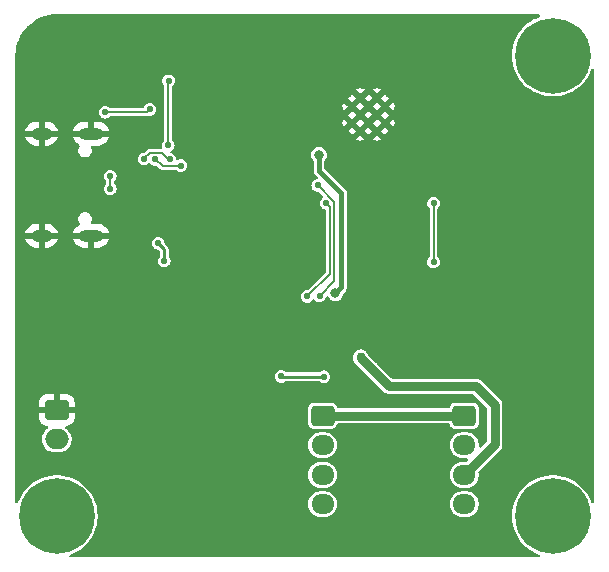
<source format=gbr>
%TF.GenerationSoftware,KiCad,Pcbnew,8.0.8*%
%TF.CreationDate,2025-02-03T14:39:09+00:00*%
%TF.ProjectId,stepper_monitor,73746570-7065-4725-9f6d-6f6e69746f72,rev?*%
%TF.SameCoordinates,Original*%
%TF.FileFunction,Copper,L2,Bot*%
%TF.FilePolarity,Positive*%
%FSLAX46Y46*%
G04 Gerber Fmt 4.6, Leading zero omitted, Abs format (unit mm)*
G04 Created by KiCad (PCBNEW 8.0.8) date 2025-02-03 14:39:09*
%MOMM*%
%LPD*%
G01*
G04 APERTURE LIST*
G04 Aperture macros list*
%AMRoundRect*
0 Rectangle with rounded corners*
0 $1 Rounding radius*
0 $2 $3 $4 $5 $6 $7 $8 $9 X,Y pos of 4 corners*
0 Add a 4 corners polygon primitive as box body*
4,1,4,$2,$3,$4,$5,$6,$7,$8,$9,$2,$3,0*
0 Add four circle primitives for the rounded corners*
1,1,$1+$1,$2,$3*
1,1,$1+$1,$4,$5*
1,1,$1+$1,$6,$7*
1,1,$1+$1,$8,$9*
0 Add four rect primitives between the rounded corners*
20,1,$1+$1,$2,$3,$4,$5,0*
20,1,$1+$1,$4,$5,$6,$7,0*
20,1,$1+$1,$6,$7,$8,$9,0*
20,1,$1+$1,$8,$9,$2,$3,0*%
G04 Aperture macros list end*
%TA.AperFunction,ComponentPad*%
%ADD10O,2.100000X1.000000*%
%TD*%
%TA.AperFunction,ComponentPad*%
%ADD11O,1.800000X1.000000*%
%TD*%
%TA.AperFunction,ComponentPad*%
%ADD12RoundRect,0.250000X-0.725000X0.600000X-0.725000X-0.600000X0.725000X-0.600000X0.725000X0.600000X0*%
%TD*%
%TA.AperFunction,ComponentPad*%
%ADD13O,1.950000X1.700000*%
%TD*%
%TA.AperFunction,HeatsinkPad*%
%ADD14C,0.600000*%
%TD*%
%TA.AperFunction,ComponentPad*%
%ADD15C,0.800000*%
%TD*%
%TA.AperFunction,ComponentPad*%
%ADD16C,6.400000*%
%TD*%
%TA.AperFunction,ComponentPad*%
%ADD17RoundRect,0.250000X-0.750000X0.600000X-0.750000X-0.600000X0.750000X-0.600000X0.750000X0.600000X0*%
%TD*%
%TA.AperFunction,ComponentPad*%
%ADD18O,2.000000X1.700000*%
%TD*%
%TA.AperFunction,ViaPad*%
%ADD19C,0.550000*%
%TD*%
%TA.AperFunction,ViaPad*%
%ADD20C,0.800000*%
%TD*%
%TA.AperFunction,ViaPad*%
%ADD21C,0.762000*%
%TD*%
%TA.AperFunction,Conductor*%
%ADD22C,0.762000*%
%TD*%
%TA.AperFunction,Conductor*%
%ADD23C,0.228600*%
%TD*%
%TA.AperFunction,Conductor*%
%ADD24C,0.406400*%
%TD*%
%TA.AperFunction,Conductor*%
%ADD25C,0.152400*%
%TD*%
G04 APERTURE END LIST*
D10*
%TO.P,J4,SHLD,SHLD*%
%TO.N,GND*%
X6889600Y33377400D03*
D11*
X2709600Y33377400D03*
D10*
X6889600Y24737400D03*
D11*
X2709600Y24737400D03*
%TD*%
D12*
%TO.P,J1,1,Pin_1*%
%TO.N,Net-(J1-Pin_1)*%
X26500000Y9500000D03*
D13*
%TO.P,J1,2,Pin_2*%
%TO.N,Net-(J1-Pin_2)*%
X26500000Y7000000D03*
%TO.P,J1,3,Pin_3*%
%TO.N,Net-(J1-Pin_3)*%
X26500000Y4500000D03*
%TO.P,J1,4,Pin_4*%
%TO.N,Net-(J1-Pin_4)*%
X26500000Y2000000D03*
%TD*%
D14*
%TO.P,U7,39,GND*%
%TO.N,GND*%
X29000000Y35700000D03*
X29000000Y34300000D03*
X29700000Y36400000D03*
X29700000Y35000000D03*
X29700000Y33600000D03*
X30375000Y35700000D03*
X30375000Y34300000D03*
X31100000Y36400000D03*
X31100000Y35000000D03*
X31100000Y33600000D03*
X31800000Y35700000D03*
X31800000Y34300000D03*
%TD*%
D15*
%TO.P,H3,1*%
%TO.N,N/C*%
X43600000Y40000000D03*
X44302944Y41697056D03*
X44302944Y38302944D03*
X46000000Y42400000D03*
D16*
X46000000Y40000000D03*
D15*
X46000000Y37600000D03*
X47697056Y41697056D03*
X47697056Y38302944D03*
X48400000Y40000000D03*
%TD*%
D17*
%TO.P,J3,1,Pin_1*%
%TO.N,GND*%
X4000000Y10000000D03*
D18*
%TO.P,J3,2,Pin_2*%
%TO.N,Net-(D3-A)*%
X4000000Y7500000D03*
%TD*%
D15*
%TO.P,H4,1*%
%TO.N,N/C*%
X43600000Y1000000D03*
X44302944Y2697056D03*
X44302944Y-697056D03*
X46000000Y3400000D03*
D16*
X46000000Y1000000D03*
D15*
X46000000Y-1400000D03*
X47697056Y2697056D03*
X47697056Y-697056D03*
X48400000Y1000000D03*
%TD*%
%TO.P,H2,1*%
%TO.N,N/C*%
X1600000Y1000000D03*
X2302944Y2697056D03*
X2302944Y-697056D03*
X4000000Y3400000D03*
D16*
X4000000Y1000000D03*
D15*
X4000000Y-1400000D03*
X5697056Y2697056D03*
X5697056Y-697056D03*
X6400000Y1000000D03*
%TD*%
D12*
%TO.P,J2,1,Pin_1*%
%TO.N,Net-(J1-Pin_1)*%
X38500000Y9500000D03*
D13*
%TO.P,J2,2,Pin_2*%
%TO.N,Net-(J2-Pin_2)*%
X38500000Y7000000D03*
%TO.P,J2,3,Pin_3*%
%TO.N,Net-(J2-Pin_3)*%
X38500000Y4500000D03*
%TO.P,J2,4,Pin_4*%
%TO.N,Net-(J1-Pin_4)*%
X38500000Y2000000D03*
%TD*%
D19*
%TO.N,+3V3*%
X26630000Y12801600D03*
D20*
X27595200Y19862800D03*
D19*
X23000000Y12827000D03*
D20*
X26200000Y31600000D03*
D21*
%TO.N,Net-(J2-Pin_3)*%
X30589400Y13510600D03*
X29728800Y14475800D03*
D19*
%TO.N,Net-(U2-RXD)*%
X14478000Y30683200D03*
X12353800Y31200000D03*
%TO.N,Net-(U2-TXD)*%
X11400000Y31250000D03*
X13550000Y31200000D03*
%TO.N,VBUS*%
X12600000Y24100000D03*
X13100000Y22600000D03*
%TO.N,EN*%
X13462000Y37875000D03*
X13436600Y32410400D03*
%TO.N,D-*%
X8534400Y28725200D03*
X8534400Y29792000D03*
%TO.N,ESP_TDI*%
X8100000Y35200000D03*
X11868000Y35429402D03*
%TO.N,TXD0*%
X35900000Y22527400D03*
X35900000Y27500000D03*
%TO.N,CHB*%
X26250000Y19650000D03*
X26100000Y29000000D03*
%TO.N,CHA*%
X25200000Y19600000D03*
X26800000Y27500000D03*
%TO.N,GND*%
X11900000Y14000000D03*
X11000000Y23120000D03*
X5500000Y18600000D03*
X11303000Y28930600D03*
X13436600Y28930600D03*
D21*
X34046600Y18819400D03*
D20*
X18931600Y7980200D03*
D19*
X18750000Y42750000D03*
X7200000Y15800000D03*
X16200000Y19800000D03*
X16639600Y41780600D03*
X19264000Y19177000D03*
X12319000Y27838400D03*
X13436600Y26797000D03*
D20*
X38000000Y41250000D03*
D19*
X16383000Y39243000D03*
X6600000Y23300000D03*
D21*
X23800000Y24100000D03*
X19058600Y10799600D03*
D20*
X4318000Y40866400D03*
D19*
X17700000Y22400000D03*
X25000000Y20600000D03*
X3200000Y17100000D03*
X7200000Y16700000D03*
D21*
X13394400Y12857000D03*
D19*
X40036800Y20928000D03*
D20*
X27000000Y41000000D03*
D19*
X22794400Y18692400D03*
X11303000Y26797000D03*
%TD*%
D22*
%TO.N,Net-(J1-Pin_1)*%
X38500000Y9500000D02*
X26500000Y9500000D01*
D23*
%TO.N,+3V3*%
X23025400Y12801600D02*
X26630000Y12801600D01*
D24*
X27576800Y19900200D02*
X27565400Y19888800D01*
X26200000Y31600000D02*
X26200000Y30250000D01*
X28100000Y20367600D02*
X27595200Y19862800D01*
D23*
X23000000Y12827000D02*
X23025400Y12801600D01*
D24*
X28100000Y28350000D02*
X28100000Y20367600D01*
X26200000Y30250000D02*
X28100000Y28350000D01*
D22*
%TO.N,Net-(J2-Pin_3)*%
X29728800Y14475800D02*
X29728800Y14371200D01*
X39500000Y12000000D02*
X41100000Y10400000D01*
X41100000Y10400000D02*
X41100000Y7100000D01*
X29728800Y14371200D02*
X30589400Y13510600D01*
X32100000Y12000000D02*
X39500000Y12000000D01*
X41100000Y7100000D02*
X38500000Y4500000D01*
X30589400Y13510600D02*
X32100000Y12000000D01*
D25*
%TO.N,Net-(U2-RXD)*%
X14452600Y30657800D02*
X14478000Y30683200D01*
X12360400Y31251400D02*
X12954000Y30657800D01*
X12353800Y31251400D02*
X12360400Y31251400D01*
X12954000Y30657800D02*
X14452600Y30657800D01*
%TO.N,Net-(U2-TXD)*%
X11862291Y31750000D02*
X11392093Y31279802D01*
X13385800Y31242000D02*
X12877800Y31750000D01*
X13512800Y31242000D02*
X13385800Y31242000D01*
X12877800Y31750000D02*
X11862291Y31750000D01*
D23*
%TO.N,VBUS*%
X13100000Y23600000D02*
X12600000Y24100000D01*
X13100000Y22600000D02*
X13100000Y23600000D01*
D25*
%TO.N,EN*%
X13436600Y37849600D02*
X13436600Y32410400D01*
X13462000Y37875000D02*
X13436600Y37849600D01*
%TO.N,D-*%
X8534400Y28725200D02*
X8534400Y29792000D01*
%TO.N,ESP_TDI*%
X11868000Y35429402D02*
X11638598Y35200000D01*
X11638598Y35200000D02*
X8100000Y35200000D01*
%TO.N,TXD0*%
X35900000Y22527400D02*
X35900000Y27500000D01*
%TO.N,CHB*%
X26100000Y29000000D02*
X27500000Y27600000D01*
X27500000Y20900000D02*
X26250000Y19650000D01*
X27500000Y27600000D02*
X27500000Y20900000D01*
%TO.N,CHA*%
X27100000Y21500000D02*
X25200000Y19600000D01*
X27100000Y27200000D02*
X27100000Y21500000D01*
X26800000Y27500000D02*
X27100000Y27200000D01*
%TD*%
%TA.AperFunction,Conductor*%
%TO.N,GND*%
G36*
X44866773Y43479498D02*
G01*
X44913266Y43425842D01*
X44923370Y43355568D01*
X44893876Y43290988D01*
X44838884Y43254096D01*
X44719480Y43213864D01*
X44719468Y43213859D01*
X44502615Y43113531D01*
X44379506Y43056575D01*
X44058532Y42863451D01*
X44058527Y42863447D01*
X43760319Y42636756D01*
X43760304Y42636743D01*
X43488364Y42379147D01*
X43353234Y42220059D01*
X43245857Y42093645D01*
X43035639Y41783597D01*
X42860176Y41452637D01*
X42860175Y41452634D01*
X42860171Y41452625D01*
X42721524Y41104647D01*
X42621307Y40743701D01*
X42560706Y40374046D01*
X42540426Y40000003D01*
X42540426Y39999996D01*
X42560706Y39625953D01*
X42621307Y39256298D01*
X42721524Y38895352D01*
X42860171Y38547374D01*
X42860175Y38547365D01*
X42860176Y38547363D01*
X43035639Y38216403D01*
X43173396Y38013227D01*
X43245859Y37906352D01*
X43488364Y37620852D01*
X43760304Y37363256D01*
X43760319Y37363243D01*
X44058527Y37136552D01*
X44058533Y37136548D01*
X44379504Y36943426D01*
X44379511Y36943422D01*
X44719468Y36786140D01*
X44719480Y36786135D01*
X45074456Y36666530D01*
X45074473Y36666525D01*
X45440285Y36586004D01*
X45440314Y36585999D01*
X45812694Y36545500D01*
X45812702Y36545500D01*
X46187305Y36545500D01*
X46559685Y36585999D01*
X46559714Y36586004D01*
X46925526Y36666525D01*
X46925529Y36666525D01*
X46925534Y36666527D01*
X46925543Y36666530D01*
X47280519Y36786135D01*
X47280531Y36786140D01*
X47620488Y36943422D01*
X47620490Y36943423D01*
X47620494Y36943425D01*
X47941468Y37136549D01*
X47941472Y37136552D01*
X48239680Y37363243D01*
X48239695Y37363256D01*
X48511635Y37620852D01*
X48727509Y37874999D01*
X48754143Y37906355D01*
X48964361Y38216403D01*
X49139824Y38547363D01*
X49256449Y38840069D01*
X49300244Y38895948D01*
X49367298Y38919279D01*
X49436321Y38902654D01*
X49485398Y38851352D01*
X49499500Y38793432D01*
X49499500Y2206567D01*
X49479498Y2138446D01*
X49425842Y2091953D01*
X49355568Y2081849D01*
X49290988Y2111343D01*
X49256449Y2159930D01*
X49217120Y2258638D01*
X49139824Y2452637D01*
X48964361Y2783597D01*
X48754143Y3093645D01*
X48511635Y3379147D01*
X48465659Y3422698D01*
X48239695Y3636743D01*
X48239691Y3636745D01*
X48239681Y3636756D01*
X47941468Y3863451D01*
X47620494Y4056575D01*
X47280520Y4213864D01*
X46925534Y4333473D01*
X46559697Y4413999D01*
X46187298Y4454500D01*
X45812702Y4454500D01*
X45440303Y4413999D01*
X45074466Y4333473D01*
X44719480Y4213864D01*
X44719468Y4213859D01*
X44502615Y4113531D01*
X44379506Y4056575D01*
X44058532Y3863451D01*
X44058527Y3863447D01*
X43760319Y3636756D01*
X43760304Y3636743D01*
X43488364Y3379147D01*
X43301991Y3159731D01*
X43245857Y3093645D01*
X43035639Y2783597D01*
X42860176Y2452637D01*
X42860175Y2452634D01*
X42860171Y2452625D01*
X42721524Y2104647D01*
X42621307Y1743701D01*
X42560706Y1374046D01*
X42540426Y1000003D01*
X42540426Y999996D01*
X42560706Y625953D01*
X42621307Y256298D01*
X42696870Y-15851D01*
X42721524Y-104647D01*
X42860176Y-452637D01*
X43035639Y-783597D01*
X43245857Y-1093645D01*
X43245859Y-1093647D01*
X43488364Y-1379147D01*
X43760304Y-1636743D01*
X43760319Y-1636756D01*
X44058532Y-1863451D01*
X44379506Y-2056575D01*
X44443719Y-2086283D01*
X44719468Y-2213859D01*
X44719480Y-2213864D01*
X44838884Y-2254096D01*
X44897052Y-2294802D01*
X44923979Y-2360494D01*
X44911115Y-2430316D01*
X44862545Y-2482099D01*
X44798652Y-2499500D01*
X5201348Y-2499500D01*
X5133227Y-2479498D01*
X5086734Y-2425842D01*
X5076630Y-2355568D01*
X5106124Y-2290988D01*
X5161116Y-2254096D01*
X5223382Y-2233116D01*
X5280520Y-2213864D01*
X5620494Y-2056575D01*
X5941468Y-1863451D01*
X6239681Y-1636756D01*
X6511635Y-1379147D01*
X6754143Y-1093645D01*
X6964361Y-783597D01*
X7139824Y-452637D01*
X7278476Y-104647D01*
X7378691Y256294D01*
X7388690Y317281D01*
X7404219Y412007D01*
X7439294Y625954D01*
X7455790Y930225D01*
X7459574Y999996D01*
X7459574Y1000003D01*
X7456001Y1065892D01*
X7439294Y1374046D01*
X7378691Y1743706D01*
X7283396Y2086926D01*
X25270500Y2086926D01*
X25270500Y2086922D01*
X25270500Y1913077D01*
X25297698Y1741357D01*
X25351418Y1576023D01*
X25351421Y1576017D01*
X25430349Y1421112D01*
X25532536Y1280464D01*
X25655464Y1157536D01*
X25796112Y1055349D01*
X25951017Y976421D01*
X25951023Y976418D01*
X26116357Y922698D01*
X26116360Y922697D01*
X26116362Y922697D01*
X26288074Y895500D01*
X26288077Y895500D01*
X26711923Y895500D01*
X26711926Y895500D01*
X26883638Y922697D01*
X26883640Y922697D01*
X26883642Y922698D01*
X27048976Y976418D01*
X27048978Y976419D01*
X27048981Y976420D01*
X27203884Y1055347D01*
X27218398Y1065892D01*
X27344535Y1157536D01*
X27467463Y1280464D01*
X27569650Y1421112D01*
X27569653Y1421116D01*
X27648580Y1576019D01*
X27702303Y1741362D01*
X27729500Y1913074D01*
X27729500Y2086926D01*
X37270500Y2086926D01*
X37270500Y2086922D01*
X37270500Y1913077D01*
X37297698Y1741357D01*
X37351418Y1576023D01*
X37351421Y1576017D01*
X37430349Y1421112D01*
X37532536Y1280464D01*
X37655464Y1157536D01*
X37796112Y1055349D01*
X37951017Y976421D01*
X37951023Y976418D01*
X38116357Y922698D01*
X38116360Y922697D01*
X38116362Y922697D01*
X38288074Y895500D01*
X38288077Y895500D01*
X38711923Y895500D01*
X38711926Y895500D01*
X38883638Y922697D01*
X38883640Y922697D01*
X38883642Y922698D01*
X39048976Y976418D01*
X39048978Y976419D01*
X39048981Y976420D01*
X39203884Y1055347D01*
X39218398Y1065892D01*
X39344535Y1157536D01*
X39467463Y1280464D01*
X39569650Y1421112D01*
X39569653Y1421116D01*
X39648580Y1576019D01*
X39702303Y1741362D01*
X39729500Y1913074D01*
X39729500Y2086926D01*
X39702303Y2258638D01*
X39648580Y2423981D01*
X39569653Y2578884D01*
X39467465Y2719533D01*
X39344533Y2842465D01*
X39203884Y2944653D01*
X39048981Y3023580D01*
X38883638Y3077303D01*
X38711926Y3104500D01*
X38288074Y3104500D01*
X38116362Y3077303D01*
X37951019Y3023580D01*
X37796116Y2944653D01*
X37796112Y2944650D01*
X37655464Y2842463D01*
X37532536Y2719535D01*
X37532535Y2719533D01*
X37430347Y2578884D01*
X37351420Y2423981D01*
X37297697Y2258638D01*
X37270500Y2086926D01*
X27729500Y2086926D01*
X27702303Y2258638D01*
X27648580Y2423981D01*
X27569653Y2578884D01*
X27467465Y2719533D01*
X27344533Y2842465D01*
X27203884Y2944653D01*
X27048981Y3023580D01*
X26883638Y3077303D01*
X26711926Y3104500D01*
X26288074Y3104500D01*
X26116362Y3077303D01*
X25951019Y3023580D01*
X25796116Y2944653D01*
X25796112Y2944650D01*
X25655464Y2842463D01*
X25532536Y2719535D01*
X25532535Y2719533D01*
X25430347Y2578884D01*
X25351420Y2423981D01*
X25297697Y2258638D01*
X25270500Y2086926D01*
X7283396Y2086926D01*
X7278476Y2104647D01*
X7139824Y2452637D01*
X6964361Y2783597D01*
X6754143Y3093645D01*
X6511635Y3379147D01*
X6465659Y3422698D01*
X6239695Y3636743D01*
X6239691Y3636745D01*
X6239681Y3636756D01*
X5941468Y3863451D01*
X5620494Y4056575D01*
X5280520Y4213864D01*
X4925534Y4333473D01*
X4559697Y4413999D01*
X4187298Y4454500D01*
X3812702Y4454500D01*
X3440303Y4413999D01*
X3074466Y4333473D01*
X2719480Y4213864D01*
X2719468Y4213859D01*
X2502615Y4113531D01*
X2379506Y4056575D01*
X2058532Y3863451D01*
X2058527Y3863447D01*
X1760319Y3636756D01*
X1760304Y3636743D01*
X1488364Y3379147D01*
X1301991Y3159731D01*
X1245857Y3093645D01*
X1035639Y2783597D01*
X860176Y2452637D01*
X860175Y2452634D01*
X860171Y2452625D01*
X743551Y2159930D01*
X699756Y2104051D01*
X632702Y2080720D01*
X563679Y2097344D01*
X514602Y2148647D01*
X500500Y2206567D01*
X500500Y4586926D01*
X25270500Y4586926D01*
X25270500Y4413074D01*
X25297697Y4241362D01*
X25297698Y4241357D01*
X25351418Y4076023D01*
X25351421Y4076017D01*
X25430349Y3921112D01*
X25532536Y3780464D01*
X25655464Y3657536D01*
X25796112Y3555349D01*
X25951017Y3476421D01*
X25951023Y3476418D01*
X26116357Y3422698D01*
X26116360Y3422697D01*
X26116362Y3422697D01*
X26288074Y3395500D01*
X26288077Y3395500D01*
X26711923Y3395500D01*
X26711926Y3395500D01*
X26883638Y3422697D01*
X26883640Y3422697D01*
X26883642Y3422698D01*
X27048976Y3476418D01*
X27048978Y3476419D01*
X27048981Y3476420D01*
X27203884Y3555347D01*
X27203887Y3555349D01*
X27344535Y3657536D01*
X27467463Y3780464D01*
X27569650Y3921112D01*
X27569653Y3921116D01*
X27648580Y4076019D01*
X27702303Y4241362D01*
X27729500Y4413074D01*
X27729500Y4586926D01*
X27702303Y4758638D01*
X27648580Y4923981D01*
X27569653Y5078884D01*
X27467465Y5219533D01*
X27344533Y5342465D01*
X27203884Y5444653D01*
X27048981Y5523580D01*
X26883638Y5577303D01*
X26711926Y5604500D01*
X26288074Y5604500D01*
X26116362Y5577303D01*
X25951019Y5523580D01*
X25796116Y5444653D01*
X25796112Y5444650D01*
X25655464Y5342463D01*
X25532536Y5219535D01*
X25532535Y5219533D01*
X25430347Y5078884D01*
X25351420Y4923981D01*
X25297697Y4758638D01*
X25270500Y4586926D01*
X500500Y4586926D01*
X500500Y10650516D01*
X2492000Y10650516D01*
X2492000Y10254000D01*
X3569297Y10254000D01*
X3534075Y10192993D01*
X3500000Y10065826D01*
X3500000Y9934174D01*
X3534075Y9807007D01*
X3569297Y9746000D01*
X2492000Y9746000D01*
X2492000Y9349483D01*
X2502605Y9245681D01*
X2502606Y9245678D01*
X2558342Y9077474D01*
X2651365Y8926660D01*
X2651370Y8926654D01*
X2776654Y8801370D01*
X2776660Y8801365D01*
X2927474Y8708342D01*
X3095678Y8652606D01*
X3095681Y8652605D01*
X3172459Y8644761D01*
X3238194Y8617939D01*
X3278992Y8559836D01*
X3281901Y8488899D01*
X3245997Y8427650D01*
X3233713Y8417478D01*
X3130464Y8342463D01*
X3007536Y8219535D01*
X3007535Y8219533D01*
X2905347Y8078884D01*
X2826420Y7923981D01*
X2772697Y7758638D01*
X2745500Y7586926D01*
X2745500Y7413074D01*
X2769960Y7258642D01*
X2772698Y7241357D01*
X2826418Y7076023D01*
X2826421Y7076017D01*
X2905349Y6921112D01*
X3007536Y6780464D01*
X3130464Y6657536D01*
X3271112Y6555349D01*
X3426017Y6476421D01*
X3426023Y6476418D01*
X3591357Y6422698D01*
X3591360Y6422697D01*
X3591362Y6422697D01*
X3763074Y6395500D01*
X3763077Y6395500D01*
X4236923Y6395500D01*
X4236926Y6395500D01*
X4408638Y6422697D01*
X4408640Y6422697D01*
X4408642Y6422698D01*
X4573976Y6476418D01*
X4573978Y6476419D01*
X4573981Y6476420D01*
X4728884Y6555347D01*
X4757334Y6576017D01*
X4869535Y6657536D01*
X4992463Y6780464D01*
X5094650Y6921112D01*
X5094653Y6921116D01*
X5173580Y7076019D01*
X5177124Y7086926D01*
X25270500Y7086926D01*
X25270500Y6913074D01*
X25291504Y6780464D01*
X25297698Y6741357D01*
X25351418Y6576023D01*
X25351421Y6576017D01*
X25430349Y6421112D01*
X25532536Y6280464D01*
X25655464Y6157536D01*
X25796112Y6055349D01*
X25951017Y5976421D01*
X25951023Y5976418D01*
X26116357Y5922698D01*
X26116360Y5922697D01*
X26116362Y5922697D01*
X26288074Y5895500D01*
X26288077Y5895500D01*
X26711923Y5895500D01*
X26711926Y5895500D01*
X26883638Y5922697D01*
X26883640Y5922697D01*
X26883642Y5922698D01*
X27048976Y5976418D01*
X27048978Y5976419D01*
X27048981Y5976420D01*
X27203884Y6055347D01*
X27203887Y6055349D01*
X27344535Y6157536D01*
X27467463Y6280464D01*
X27569650Y6421112D01*
X27569653Y6421116D01*
X27648580Y6576019D01*
X27702303Y6741362D01*
X27729500Y6913074D01*
X27729500Y7086926D01*
X27702303Y7258638D01*
X27648580Y7423981D01*
X27569653Y7578884D01*
X27467465Y7719533D01*
X27344533Y7842465D01*
X27203884Y7944653D01*
X27048981Y8023580D01*
X26883638Y8077303D01*
X26711926Y8104500D01*
X26288074Y8104500D01*
X26116362Y8077303D01*
X25951019Y8023580D01*
X25796116Y7944653D01*
X25796112Y7944650D01*
X25655464Y7842463D01*
X25532536Y7719535D01*
X25430349Y7578887D01*
X25351421Y7423982D01*
X25351418Y7423976D01*
X25297698Y7258642D01*
X25297697Y7258638D01*
X25270500Y7086926D01*
X5177124Y7086926D01*
X5227303Y7241362D01*
X5254500Y7413074D01*
X5254500Y7586926D01*
X5227303Y7758638D01*
X5173580Y7923981D01*
X5094653Y8078884D01*
X4992465Y8219533D01*
X4869533Y8342465D01*
X4766284Y8417479D01*
X4722932Y8473700D01*
X4716857Y8544436D01*
X4749988Y8607228D01*
X4811808Y8642139D01*
X4827540Y8644761D01*
X4904318Y8652605D01*
X4904321Y8652606D01*
X5072525Y8708342D01*
X5223339Y8801365D01*
X5223345Y8801370D01*
X5348629Y8926654D01*
X5348634Y8926660D01*
X5441657Y9077474D01*
X5497393Y9245678D01*
X5497394Y9245681D01*
X5507999Y9349483D01*
X5508000Y9349483D01*
X5508000Y9746000D01*
X4430703Y9746000D01*
X4465925Y9807007D01*
X4500000Y9934174D01*
X4500000Y10065826D01*
X4477911Y10148262D01*
X25270500Y10148262D01*
X25270500Y8851753D01*
X25270502Y8851729D01*
X25276959Y8791660D01*
X25276959Y8791658D01*
X25327657Y8655733D01*
X25414596Y8539596D01*
X25530734Y8452657D01*
X25530733Y8452657D01*
X25666650Y8401962D01*
X25666658Y8401960D01*
X25726743Y8395500D01*
X25726745Y8395500D01*
X27273246Y8395500D01*
X27273270Y8395502D01*
X27333339Y8401959D01*
X27333341Y8401959D01*
X27469266Y8452657D01*
X27517680Y8488899D01*
X27585404Y8539596D01*
X27672342Y8655733D01*
X27719637Y8782533D01*
X27762184Y8839369D01*
X27828704Y8864179D01*
X27837692Y8864500D01*
X37162308Y8864500D01*
X37230429Y8844498D01*
X37276922Y8790842D01*
X37280363Y8782533D01*
X37327657Y8655734D01*
X37414596Y8539596D01*
X37530734Y8452657D01*
X37530733Y8452657D01*
X37666650Y8401962D01*
X37666658Y8401960D01*
X37726743Y8395500D01*
X37726745Y8395500D01*
X39273246Y8395500D01*
X39273270Y8395502D01*
X39333339Y8401959D01*
X39333341Y8401959D01*
X39469266Y8452657D01*
X39517680Y8488899D01*
X39585404Y8539596D01*
X39672342Y8655733D01*
X39723040Y8791658D01*
X39729500Y8851745D01*
X39729499Y10148254D01*
X39723040Y10208342D01*
X39672342Y10344267D01*
X39585404Y10460404D01*
X39469267Y10547342D01*
X39333342Y10598040D01*
X39273255Y10604500D01*
X37726746Y10604499D01*
X37666658Y10598040D01*
X37530733Y10547342D01*
X37414596Y10460404D01*
X37369453Y10400099D01*
X37327657Y10344265D01*
X37280363Y10217467D01*
X37237816Y10160631D01*
X37171296Y10135821D01*
X37162308Y10135500D01*
X27837692Y10135500D01*
X27769571Y10155502D01*
X27723078Y10209158D01*
X27719637Y10217467D01*
X27686239Y10307007D01*
X27672342Y10344267D01*
X27585404Y10460404D01*
X27469267Y10547342D01*
X27333342Y10598040D01*
X27273255Y10604500D01*
X25726746Y10604499D01*
X25666658Y10598040D01*
X25530733Y10547342D01*
X25414596Y10460404D01*
X25369453Y10400099D01*
X25327657Y10344265D01*
X25276962Y10208349D01*
X25276960Y10208341D01*
X25270500Y10148262D01*
X4477911Y10148262D01*
X4465925Y10192993D01*
X4430703Y10254000D01*
X5508000Y10254000D01*
X5508000Y10650516D01*
X5497394Y10754318D01*
X5497393Y10754321D01*
X5441657Y10922525D01*
X5348634Y11073339D01*
X5348629Y11073345D01*
X5223345Y11198629D01*
X5223339Y11198634D01*
X5072525Y11291657D01*
X4904321Y11347393D01*
X4904318Y11347394D01*
X4800516Y11357999D01*
X4800516Y11358000D01*
X4254000Y11358000D01*
X4254000Y10430702D01*
X4192993Y10465925D01*
X4065826Y10500000D01*
X3934174Y10500000D01*
X3807007Y10465925D01*
X3746000Y10430702D01*
X3746000Y11358000D01*
X3199484Y11358000D01*
X3199483Y11357999D01*
X3095681Y11347394D01*
X3095678Y11347393D01*
X2927474Y11291657D01*
X2776660Y11198634D01*
X2776654Y11198629D01*
X2651370Y11073345D01*
X2651365Y11073339D01*
X2558342Y10922525D01*
X2502606Y10754321D01*
X2502605Y10754318D01*
X2492000Y10650516D01*
X500500Y10650516D01*
X500500Y12827000D01*
X22465931Y12827000D01*
X22484129Y12688773D01*
X22494650Y12663374D01*
X22537482Y12559966D01*
X22537484Y12559963D01*
X22622356Y12449356D01*
X22732963Y12364484D01*
X22732966Y12364482D01*
X22794286Y12339083D01*
X22861773Y12311129D01*
X23000000Y12292931D01*
X23138227Y12311129D01*
X23267035Y12364483D01*
X23322136Y12406763D01*
X23388356Y12432363D01*
X23398839Y12432800D01*
X26198059Y12432800D01*
X26266180Y12412798D01*
X26274756Y12406767D01*
X26314627Y12376173D01*
X26362963Y12339084D01*
X26362966Y12339082D01*
X26430452Y12311129D01*
X26491773Y12285729D01*
X26630000Y12267531D01*
X26768227Y12285729D01*
X26897035Y12339083D01*
X27007644Y12423956D01*
X27092517Y12534565D01*
X27145871Y12663373D01*
X27164069Y12801600D01*
X27145871Y12939827D01*
X27092517Y13068634D01*
X27007644Y13179244D01*
X26897035Y13264117D01*
X26768227Y13317471D01*
X26630000Y13335669D01*
X26491773Y13317471D01*
X26362966Y13264117D01*
X26362960Y13264112D01*
X26362959Y13264112D01*
X26274762Y13196437D01*
X26208542Y13170837D01*
X26198059Y13170400D01*
X23464079Y13170400D01*
X23395958Y13190402D01*
X23384321Y13199779D01*
X23384196Y13199616D01*
X23377644Y13204642D01*
X23377644Y13204644D01*
X23267035Y13289517D01*
X23138227Y13342871D01*
X23000000Y13361069D01*
X22861773Y13342871D01*
X22732966Y13289517D01*
X22732960Y13289512D01*
X22732959Y13289512D01*
X22622355Y13204644D01*
X22537487Y13094040D01*
X22537485Y13094037D01*
X22537483Y13094034D01*
X22518270Y13047649D01*
X22484128Y12965225D01*
X22465931Y12827000D01*
X500500Y12827000D01*
X500500Y14475800D01*
X29088632Y14475800D01*
X29088632Y14475798D01*
X29092381Y14444924D01*
X29093300Y14429736D01*
X29093300Y14308606D01*
X29117722Y14185830D01*
X29117724Y14185825D01*
X29165627Y14070177D01*
X29235172Y13966096D01*
X29235173Y13966094D01*
X30091095Y13110172D01*
X30105689Y13092662D01*
X30110224Y13086093D01*
X30110226Y13086090D01*
X30110227Y13086090D01*
X30145851Y13054529D01*
X30150768Y13050173D01*
X30156308Y13044958D01*
X31606375Y11594892D01*
X31694889Y11506377D01*
X31694896Y11506372D01*
X31798977Y11436827D01*
X31914625Y11388924D01*
X31914630Y11388922D01*
X32037406Y11364500D01*
X32037409Y11364500D01*
X39184577Y11364500D01*
X39252698Y11344498D01*
X39273672Y11327595D01*
X40427595Y10173672D01*
X40461621Y10111360D01*
X40464500Y10084577D01*
X40464500Y7415423D01*
X40444498Y7347302D01*
X40427595Y7326328D01*
X39944595Y6843328D01*
X39882283Y6809302D01*
X39811468Y6814367D01*
X39754632Y6856914D01*
X39729821Y6923434D01*
X39729500Y6932423D01*
X39729500Y7086922D01*
X39729500Y7086926D01*
X39702303Y7258638D01*
X39648580Y7423981D01*
X39569653Y7578884D01*
X39467465Y7719533D01*
X39344533Y7842465D01*
X39203884Y7944653D01*
X39048981Y8023580D01*
X38883638Y8077303D01*
X38711926Y8104500D01*
X38288074Y8104500D01*
X38116362Y8077303D01*
X37951019Y8023580D01*
X37796116Y7944653D01*
X37796112Y7944650D01*
X37655464Y7842463D01*
X37532536Y7719535D01*
X37430349Y7578887D01*
X37351421Y7423982D01*
X37351418Y7423976D01*
X37297698Y7258642D01*
X37297697Y7258638D01*
X37270500Y7086926D01*
X37270500Y6913074D01*
X37291504Y6780464D01*
X37297698Y6741357D01*
X37351418Y6576023D01*
X37351421Y6576017D01*
X37430349Y6421112D01*
X37532536Y6280464D01*
X37655464Y6157536D01*
X37796112Y6055349D01*
X37951017Y5976421D01*
X37951023Y5976418D01*
X38116357Y5922698D01*
X38116360Y5922697D01*
X38116362Y5922697D01*
X38288074Y5895500D01*
X38288077Y5895500D01*
X38692577Y5895500D01*
X38760698Y5875498D01*
X38807191Y5821842D01*
X38817295Y5751568D01*
X38787801Y5686988D01*
X38781672Y5680405D01*
X38742672Y5641405D01*
X38680360Y5607379D01*
X38653577Y5604500D01*
X38288074Y5604500D01*
X38116362Y5577303D01*
X37951019Y5523580D01*
X37796116Y5444653D01*
X37796112Y5444650D01*
X37655464Y5342463D01*
X37532536Y5219535D01*
X37532535Y5219533D01*
X37430347Y5078884D01*
X37351420Y4923981D01*
X37297697Y4758638D01*
X37270500Y4586926D01*
X37270500Y4413074D01*
X37297697Y4241362D01*
X37297698Y4241357D01*
X37351418Y4076023D01*
X37351421Y4076017D01*
X37430349Y3921112D01*
X37532536Y3780464D01*
X37655464Y3657536D01*
X37796112Y3555349D01*
X37951017Y3476421D01*
X37951023Y3476418D01*
X38116357Y3422698D01*
X38116360Y3422697D01*
X38116362Y3422697D01*
X38288074Y3395500D01*
X38288077Y3395500D01*
X38711923Y3395500D01*
X38711926Y3395500D01*
X38883638Y3422697D01*
X38883640Y3422697D01*
X38883642Y3422698D01*
X39048976Y3476418D01*
X39048978Y3476419D01*
X39048981Y3476420D01*
X39203884Y3555347D01*
X39203887Y3555349D01*
X39344535Y3657536D01*
X39467463Y3780464D01*
X39569650Y3921112D01*
X39569653Y3921116D01*
X39648580Y4076019D01*
X39702303Y4241362D01*
X39729500Y4413074D01*
X39729500Y4586926D01*
X39706202Y4734019D01*
X39715301Y4804428D01*
X39741556Y4842823D01*
X41593622Y6694889D01*
X41593625Y6694892D01*
X41663173Y6798978D01*
X41711078Y6914631D01*
X41735500Y7037409D01*
X41735500Y7162591D01*
X41735500Y10462591D01*
X41711078Y10585369D01*
X41663173Y10701022D01*
X41593625Y10805108D01*
X41505108Y10893625D01*
X39905108Y12493625D01*
X39801022Y12563173D01*
X39685369Y12611078D01*
X39562591Y12635500D01*
X39562590Y12635500D01*
X32415423Y12635500D01*
X32347302Y12655502D01*
X32326333Y12672399D01*
X31087691Y13911040D01*
X31073103Y13928546D01*
X31068573Y13935110D01*
X31028011Y13971043D01*
X31022502Y13976229D01*
X30994508Y14004225D01*
X30359236Y14639495D01*
X30331925Y14680367D01*
X30320310Y14708407D01*
X30318937Y14711872D01*
X30295641Y14773301D01*
X30254977Y14832211D01*
X30253975Y14833688D01*
X30222425Y14880908D01*
X30222413Y14880919D01*
X30219077Y14884986D01*
X30212787Y14893334D01*
X30207973Y14900310D01*
X30167411Y14936243D01*
X30161903Y14941428D01*
X30133908Y14969425D01*
X30124967Y14975399D01*
X30111414Y14985853D01*
X30092457Y15002648D01*
X30059794Y15019790D01*
X30048379Y15026573D01*
X30029822Y15038973D01*
X30003875Y15049719D01*
X29993577Y15054542D01*
X29955807Y15074367D01*
X29936825Y15079045D01*
X29918768Y15084972D01*
X29914169Y15086878D01*
X29869692Y15095724D01*
X29864148Y15096958D01*
X29805964Y15111300D01*
X29651636Y15111300D01*
X29593469Y15096963D01*
X29593457Y15096960D01*
X29587886Y15095720D01*
X29543431Y15086878D01*
X29543429Y15086877D01*
X29543426Y15086876D01*
X29538842Y15084977D01*
X29520769Y15079044D01*
X29501793Y15074367D01*
X29501789Y15074365D01*
X29501787Y15074364D01*
X29464042Y15054554D01*
X29453704Y15049712D01*
X29427777Y15038973D01*
X29409244Y15026589D01*
X29397802Y15019789D01*
X29365143Y15002648D01*
X29346177Y14985846D01*
X29332636Y14975401D01*
X29323692Y14969425D01*
X29295702Y14941435D01*
X29290176Y14936233D01*
X29249628Y14900311D01*
X29249626Y14900309D01*
X29244808Y14893329D01*
X29238511Y14884973D01*
X29235175Y14880909D01*
X29203621Y14833684D01*
X29202561Y14832123D01*
X29161959Y14773301D01*
X29138662Y14711872D01*
X29137259Y14708336D01*
X29117720Y14661165D01*
X29116446Y14656965D01*
X29112114Y14641870D01*
X29107234Y14629002D01*
X29101398Y14580944D01*
X29099896Y14571554D01*
X29093300Y14538397D01*
X29093300Y14521863D01*
X29092381Y14506674D01*
X29088632Y14475800D01*
X500500Y14475800D01*
X500500Y19600000D01*
X24665931Y19600000D01*
X24665931Y19599999D01*
X24684129Y19461774D01*
X24737482Y19332966D01*
X24737484Y19332963D01*
X24822356Y19222356D01*
X24932963Y19137484D01*
X24932966Y19137482D01*
X24984996Y19115931D01*
X25061773Y19084129D01*
X25200000Y19065931D01*
X25338227Y19084129D01*
X25467035Y19137483D01*
X25577644Y19222356D01*
X25577646Y19222358D01*
X25644221Y19309120D01*
X25701559Y19350987D01*
X25772430Y19355209D01*
X25834332Y19320445D01*
X25844145Y19309121D01*
X25872355Y19272356D01*
X25982963Y19187484D01*
X25982966Y19187482D01*
X26058420Y19156228D01*
X26111773Y19134129D01*
X26250000Y19115931D01*
X26388227Y19134129D01*
X26517035Y19187483D01*
X26627644Y19272356D01*
X26712517Y19382965D01*
X26765871Y19511773D01*
X26768197Y19529441D01*
X26796919Y19594368D01*
X26856185Y19633460D01*
X26927176Y19634305D01*
X26987355Y19596635D01*
X27007677Y19563053D01*
X27007871Y19563155D01*
X27009535Y19559983D01*
X27010929Y19557681D01*
X27011410Y19556410D01*
X27011415Y19556401D01*
X27101701Y19425600D01*
X27220669Y19320202D01*
X27220674Y19320198D01*
X27361402Y19246339D01*
X27361409Y19246336D01*
X27515727Y19208300D01*
X27515729Y19208300D01*
X27674672Y19208300D01*
X27828990Y19246336D01*
X27828991Y19246336D01*
X27828993Y19246337D01*
X27828997Y19246339D01*
X27969725Y19320198D01*
X27969730Y19320202D01*
X27984136Y19332965D01*
X28088698Y19425599D01*
X28178987Y19556405D01*
X28235349Y19705018D01*
X28235350Y19705021D01*
X28250927Y19833318D01*
X28278993Y19898532D01*
X28286902Y19907216D01*
X28466251Y20086565D01*
X28489218Y20126345D01*
X28526507Y20190931D01*
X28526508Y20190934D01*
X28557699Y20307338D01*
X28557700Y20307342D01*
X28557700Y27500000D01*
X35365931Y27500000D01*
X35365931Y27499999D01*
X35384129Y27361774D01*
X35437482Y27232966D01*
X35437484Y27232963D01*
X35522361Y27122349D01*
X35528195Y27116516D01*
X35526687Y27115008D01*
X35561873Y27066819D01*
X35569300Y27024198D01*
X35569300Y23003201D01*
X35549298Y22935080D01*
X35527591Y22911489D01*
X35528196Y22910885D01*
X35522358Y22905047D01*
X35437487Y22794440D01*
X35437485Y22794437D01*
X35437483Y22794434D01*
X35391941Y22684488D01*
X35384128Y22665625D01*
X35365931Y22527400D01*
X35365931Y22527399D01*
X35384129Y22389174D01*
X35437482Y22260366D01*
X35437484Y22260363D01*
X35522356Y22149756D01*
X35632963Y22064884D01*
X35632966Y22064882D01*
X35708420Y22033628D01*
X35761773Y22011529D01*
X35900000Y21993331D01*
X36038227Y22011529D01*
X36167035Y22064883D01*
X36277644Y22149756D01*
X36362517Y22260365D01*
X36415871Y22389173D01*
X36434069Y22527400D01*
X36415871Y22665627D01*
X36362517Y22794434D01*
X36277644Y22905044D01*
X36277642Y22905045D01*
X36277641Y22905047D01*
X36271805Y22910884D01*
X36273314Y22912393D01*
X36238134Y22960563D01*
X36230700Y23003201D01*
X36230700Y27024198D01*
X36250702Y27092319D01*
X36272407Y27115913D01*
X36271805Y27116516D01*
X36277638Y27122349D01*
X36277642Y27122354D01*
X36277644Y27122356D01*
X36362517Y27232965D01*
X36415871Y27361773D01*
X36434069Y27500000D01*
X36415871Y27638227D01*
X36362517Y27767034D01*
X36277644Y27877644D01*
X36167035Y27962517D01*
X36038227Y28015871D01*
X35900000Y28034069D01*
X35761773Y28015871D01*
X35632966Y27962517D01*
X35632960Y27962512D01*
X35632959Y27962512D01*
X35522355Y27877644D01*
X35437487Y27767040D01*
X35437485Y27767037D01*
X35437483Y27767034D01*
X35391941Y27657088D01*
X35384128Y27638225D01*
X35365931Y27500000D01*
X28557700Y27500000D01*
X28557700Y28410256D01*
X28557700Y28410257D01*
X28540713Y28473654D01*
X28537906Y28484131D01*
X28532207Y28505397D01*
X28526508Y28526666D01*
X28466251Y28631034D01*
X26694605Y30402680D01*
X26660580Y30464992D01*
X26657700Y30491775D01*
X26657700Y31074605D01*
X26677702Y31142726D01*
X26689384Y31158155D01*
X26693499Y31162800D01*
X26783784Y31293601D01*
X26783787Y31293605D01*
X26840149Y31442218D01*
X26840150Y31442220D01*
X26859307Y31599996D01*
X26859307Y31600003D01*
X26840150Y31757779D01*
X26830648Y31782834D01*
X26783787Y31906395D01*
X26693498Y32037201D01*
X26574529Y32142599D01*
X26433793Y32216463D01*
X26279471Y32254500D01*
X26120529Y32254500D01*
X25966207Y32216463D01*
X25904983Y32184330D01*
X25825474Y32142601D01*
X25825472Y32142599D01*
X25825471Y32142599D01*
X25706502Y32037201D01*
X25616213Y31906395D01*
X25616212Y31906392D01*
X25559849Y31757779D01*
X25540693Y31600003D01*
X25540693Y31599996D01*
X25559849Y31442220D01*
X25616212Y31293607D01*
X25616215Y31293601D01*
X25706500Y31162800D01*
X25710616Y31158155D01*
X25740814Y31093900D01*
X25742300Y31074605D01*
X25742300Y30189738D01*
X25773491Y30073334D01*
X25773492Y30073331D01*
X25833746Y29968968D01*
X25833751Y29968962D01*
X26068358Y29734355D01*
X26102383Y29672043D01*
X26097318Y29601227D01*
X26054771Y29544392D01*
X25995708Y29520338D01*
X25961773Y29515871D01*
X25832966Y29462517D01*
X25832960Y29462512D01*
X25832959Y29462512D01*
X25722355Y29377644D01*
X25637487Y29267040D01*
X25637485Y29267037D01*
X25637483Y29267034D01*
X25610131Y29201001D01*
X25584128Y29138225D01*
X25565931Y29000000D01*
X25565931Y28999999D01*
X25584129Y28861774D01*
X25637482Y28732966D01*
X25637484Y28732963D01*
X25722356Y28622356D01*
X25832963Y28537484D01*
X25832966Y28537482D01*
X25908420Y28506228D01*
X25961773Y28484129D01*
X26100000Y28465931D01*
X26108258Y28465931D01*
X26108258Y28463797D01*
X26167207Y28454606D01*
X26202601Y28429717D01*
X26508797Y28123521D01*
X26542823Y28061209D01*
X26537758Y27990394D01*
X26496405Y27934463D01*
X26422355Y27877644D01*
X26337487Y27767040D01*
X26337485Y27767037D01*
X26337483Y27767034D01*
X26291941Y27657088D01*
X26284128Y27638225D01*
X26265931Y27500000D01*
X26265931Y27499999D01*
X26284129Y27361774D01*
X26337482Y27232966D01*
X26337484Y27232963D01*
X26422356Y27122356D01*
X26532963Y27037484D01*
X26532966Y27037482D01*
X26661774Y26984128D01*
X26669752Y26981991D01*
X26669268Y26980185D01*
X26724685Y26955663D01*
X26763770Y26896393D01*
X26769300Y26859473D01*
X26769300Y21689170D01*
X26749298Y21621049D01*
X26732395Y21600075D01*
X25302602Y20170282D01*
X25240290Y20136256D01*
X25208259Y20134924D01*
X25208259Y20134069D01*
X25200000Y20134069D01*
X25061773Y20115871D01*
X24932966Y20062517D01*
X24932960Y20062512D01*
X24932959Y20062512D01*
X24822355Y19977644D01*
X24737487Y19867040D01*
X24737485Y19867037D01*
X24737483Y19867034D01*
X24691941Y19757088D01*
X24684128Y19738225D01*
X24665931Y19600000D01*
X500500Y19600000D01*
X500500Y24991400D01*
X1332376Y24991400D01*
X2149540Y24991400D01*
X2125395Y24977460D01*
X2069540Y24921605D01*
X2030044Y24853196D01*
X2009600Y24776896D01*
X2009600Y24697904D01*
X2030044Y24621604D01*
X2069540Y24553195D01*
X2125395Y24497340D01*
X2149540Y24483400D01*
X1332376Y24483400D01*
X1340337Y24443376D01*
X1340339Y24443371D01*
X1416322Y24259933D01*
X1526632Y24094842D01*
X1526637Y24094835D01*
X1667035Y23954437D01*
X1667042Y23954432D01*
X1832133Y23844122D01*
X2015571Y23768139D01*
X2015576Y23768137D01*
X2210318Y23729400D01*
X2455600Y23729400D01*
X2455600Y24437400D01*
X2963600Y24437400D01*
X2963600Y23729400D01*
X3208881Y23729400D01*
X3403623Y23768137D01*
X3403628Y23768139D01*
X3587066Y23844122D01*
X3752157Y23954432D01*
X3752164Y23954437D01*
X3892562Y24094835D01*
X3892567Y24094842D01*
X4002877Y24259933D01*
X4078860Y24443371D01*
X4078862Y24443376D01*
X4086824Y24483400D01*
X3269660Y24483400D01*
X3293805Y24497340D01*
X3349660Y24553195D01*
X3389156Y24621604D01*
X3409600Y24697904D01*
X3409600Y24776896D01*
X3389156Y24853196D01*
X3349660Y24921605D01*
X3293805Y24977460D01*
X3269660Y24991400D01*
X4086823Y24991400D01*
X5362376Y24991400D01*
X6179540Y24991400D01*
X6155395Y24977460D01*
X6099540Y24921605D01*
X6060044Y24853196D01*
X6039600Y24776896D01*
X6039600Y24697904D01*
X6060044Y24621604D01*
X6099540Y24553195D01*
X6155395Y24497340D01*
X6179540Y24483400D01*
X5362376Y24483400D01*
X5370337Y24443376D01*
X5370339Y24443371D01*
X5446322Y24259933D01*
X5556632Y24094842D01*
X5556637Y24094835D01*
X5697035Y23954437D01*
X5697042Y23954432D01*
X5862133Y23844122D01*
X6045571Y23768139D01*
X6045576Y23768137D01*
X6240318Y23729400D01*
X6635600Y23729400D01*
X6635600Y24437400D01*
X7143600Y24437400D01*
X7143600Y23729400D01*
X7538881Y23729400D01*
X7733623Y23768137D01*
X7733628Y23768139D01*
X7917066Y23844122D01*
X8082157Y23954432D01*
X8082164Y23954437D01*
X8222562Y24094835D01*
X8222567Y24094842D01*
X8226013Y24100000D01*
X12065931Y24100000D01*
X12065931Y24099999D01*
X12084129Y23961774D01*
X12137482Y23832966D01*
X12137484Y23832963D01*
X12222356Y23722356D01*
X12332963Y23637484D01*
X12332966Y23637482D01*
X12461774Y23584128D01*
X12571997Y23569617D01*
X12636924Y23540894D01*
X12644645Y23533791D01*
X12694295Y23484142D01*
X12728320Y23421830D01*
X12731200Y23395046D01*
X12731200Y23031940D01*
X12711198Y22963819D01*
X12705174Y22955252D01*
X12637483Y22867034D01*
X12607411Y22794434D01*
X12584128Y22738225D01*
X12565931Y22600000D01*
X12565931Y22599999D01*
X12584129Y22461774D01*
X12637482Y22332966D01*
X12637484Y22332963D01*
X12722356Y22222356D01*
X12832963Y22137484D01*
X12832966Y22137482D01*
X12908420Y22106228D01*
X12961773Y22084129D01*
X13100000Y22065931D01*
X13238227Y22084129D01*
X13367035Y22137483D01*
X13477644Y22222356D01*
X13562517Y22332965D01*
X13615871Y22461773D01*
X13634069Y22600000D01*
X13615871Y22738227D01*
X13562517Y22867034D01*
X13494835Y22955238D01*
X13469237Y23021457D01*
X13468800Y23031940D01*
X13468800Y23648551D01*
X13468800Y23648553D01*
X13443667Y23742351D01*
X13443667Y23742352D01*
X13395113Y23826449D01*
X13166207Y24055353D01*
X13132184Y24117663D01*
X13130384Y24127987D01*
X13115871Y24238227D01*
X13062517Y24367034D01*
X12977644Y24477644D01*
X12867035Y24562517D01*
X12738227Y24615871D01*
X12600000Y24634069D01*
X12461773Y24615871D01*
X12332966Y24562517D01*
X12332960Y24562512D01*
X12332959Y24562512D01*
X12222355Y24477644D01*
X12137487Y24367040D01*
X12137485Y24367037D01*
X12137483Y24367034D01*
X12093120Y24259933D01*
X12084128Y24238225D01*
X12065931Y24100000D01*
X8226013Y24100000D01*
X8332877Y24259933D01*
X8408860Y24443371D01*
X8408862Y24443376D01*
X8416824Y24483400D01*
X7599660Y24483400D01*
X7623805Y24497340D01*
X7679660Y24553195D01*
X7719156Y24621604D01*
X7739600Y24697904D01*
X7739600Y24776896D01*
X7719156Y24853196D01*
X7679660Y24921605D01*
X7623805Y24977460D01*
X7599660Y24991400D01*
X8416823Y24991400D01*
X8408862Y25031423D01*
X8408860Y25031428D01*
X8332877Y25214866D01*
X8222567Y25379957D01*
X8222562Y25379964D01*
X8082164Y25520362D01*
X8082157Y25520367D01*
X7917066Y25630677D01*
X7733628Y25706660D01*
X7733623Y25706662D01*
X7538881Y25745399D01*
X7538878Y25745400D01*
X7033345Y25745400D01*
X6965224Y25765402D01*
X6918731Y25819058D01*
X6908627Y25889332D01*
X6924225Y25934399D01*
X6929606Y25943719D01*
X6929608Y25943722D01*
X6969100Y26091107D01*
X6969100Y26243693D01*
X6929608Y26391078D01*
X6853315Y26523221D01*
X6745421Y26631115D01*
X6613278Y26707408D01*
X6465893Y26746900D01*
X6313307Y26746900D01*
X6165922Y26707408D01*
X6033779Y26631115D01*
X6033777Y26631113D01*
X6033772Y26631109D01*
X5925890Y26523227D01*
X5925882Y26523217D01*
X5849594Y26391082D01*
X5849592Y26391078D01*
X5810100Y26243693D01*
X5810100Y26091107D01*
X5849592Y25943722D01*
X5849593Y25943719D01*
X5926030Y25811326D01*
X5942767Y25742331D01*
X5919546Y25675239D01*
X5867486Y25633797D01*
X5867594Y25633597D01*
X5866500Y25633012D01*
X5865123Y25631916D01*
X5862132Y25630677D01*
X5697042Y25520367D01*
X5697035Y25520362D01*
X5556637Y25379964D01*
X5556632Y25379957D01*
X5446322Y25214866D01*
X5370339Y25031428D01*
X5370337Y25031423D01*
X5362376Y24991400D01*
X4086823Y24991400D01*
X4078862Y25031423D01*
X4078860Y25031428D01*
X4002877Y25214866D01*
X3892567Y25379957D01*
X3892562Y25379964D01*
X3752164Y25520362D01*
X3752157Y25520367D01*
X3587066Y25630677D01*
X3403628Y25706660D01*
X3403623Y25706662D01*
X3208881Y25745399D01*
X3208878Y25745400D01*
X2963600Y25745400D01*
X2963600Y25037400D01*
X2455600Y25037400D01*
X2455600Y25745400D01*
X2210322Y25745400D01*
X2210318Y25745399D01*
X2015576Y25706662D01*
X2015571Y25706660D01*
X1832133Y25630677D01*
X1667042Y25520367D01*
X1667035Y25520362D01*
X1526637Y25379964D01*
X1526632Y25379957D01*
X1416322Y25214866D01*
X1340339Y25031428D01*
X1340337Y25031423D01*
X1332376Y24991400D01*
X500500Y24991400D01*
X500500Y29792000D01*
X8000331Y29792000D01*
X8000331Y29791999D01*
X8018529Y29653774D01*
X8071882Y29524966D01*
X8071884Y29524963D01*
X8156761Y29414349D01*
X8162595Y29408516D01*
X8161087Y29407008D01*
X8196273Y29358819D01*
X8203700Y29316198D01*
X8203700Y29201001D01*
X8183698Y29132880D01*
X8161991Y29109289D01*
X8162596Y29108685D01*
X8156758Y29102847D01*
X8071887Y28992240D01*
X8071885Y28992237D01*
X8071883Y28992234D01*
X8026341Y28882288D01*
X8018528Y28863425D01*
X8000331Y28725200D01*
X8000331Y28725199D01*
X8018529Y28586974D01*
X8071882Y28458166D01*
X8071884Y28458163D01*
X8156756Y28347556D01*
X8267363Y28262684D01*
X8267366Y28262682D01*
X8342820Y28231428D01*
X8396173Y28209329D01*
X8534400Y28191131D01*
X8672627Y28209329D01*
X8801435Y28262683D01*
X8912044Y28347556D01*
X8996917Y28458165D01*
X9050271Y28586973D01*
X9068469Y28725200D01*
X9050271Y28863427D01*
X8996917Y28992234D01*
X8912044Y29102844D01*
X8912042Y29102845D01*
X8912041Y29102847D01*
X8906205Y29108684D01*
X8907714Y29110193D01*
X8872534Y29158363D01*
X8865100Y29201001D01*
X8865100Y29316198D01*
X8885102Y29384319D01*
X8906807Y29407913D01*
X8906205Y29408516D01*
X8912038Y29414349D01*
X8912042Y29414354D01*
X8912044Y29414356D01*
X8996917Y29524965D01*
X9050271Y29653773D01*
X9068469Y29792000D01*
X9050271Y29930227D01*
X8996917Y30059034D01*
X8912044Y30169644D01*
X8801435Y30254517D01*
X8672627Y30307871D01*
X8534400Y30326069D01*
X8396173Y30307871D01*
X8267366Y30254517D01*
X8267360Y30254512D01*
X8267359Y30254512D01*
X8156755Y30169644D01*
X8071887Y30059040D01*
X8071885Y30059037D01*
X8071883Y30059034D01*
X8034576Y29968968D01*
X8018528Y29930225D01*
X8000331Y29792000D01*
X500500Y29792000D01*
X500500Y31250000D01*
X10865931Y31250000D01*
X10884129Y31111773D01*
X10904840Y31061773D01*
X10937482Y30982966D01*
X10937484Y30982963D01*
X11022356Y30872356D01*
X11132963Y30787484D01*
X11132966Y30787482D01*
X11208420Y30756228D01*
X11261773Y30734129D01*
X11400000Y30715931D01*
X11538227Y30734129D01*
X11667035Y30787483D01*
X11777644Y30872356D01*
X11778478Y30872996D01*
X11844699Y30898596D01*
X11914248Y30884331D01*
X11955143Y30849739D01*
X11976154Y30822357D01*
X12086763Y30737484D01*
X12086766Y30737482D01*
X12215574Y30684128D01*
X12353800Y30665931D01*
X12353802Y30665931D01*
X12402113Y30672291D01*
X12472262Y30661351D01*
X12507654Y30636465D01*
X12689372Y30454747D01*
X12689374Y30454745D01*
X12720160Y30423958D01*
X12750946Y30393172D01*
X12826349Y30349638D01*
X12826357Y30349635D01*
X12910462Y30327100D01*
X12910463Y30327100D01*
X12997537Y30327100D01*
X14029508Y30327100D01*
X14097629Y30307098D01*
X14106204Y30301067D01*
X14154229Y30264217D01*
X14210963Y30220684D01*
X14210966Y30220682D01*
X14285663Y30189742D01*
X14339773Y30167329D01*
X14478000Y30149131D01*
X14616227Y30167329D01*
X14745035Y30220683D01*
X14855644Y30305556D01*
X14940517Y30416165D01*
X14993871Y30544973D01*
X15012069Y30683200D01*
X14993871Y30821427D01*
X14940517Y30950234D01*
X14855644Y31060844D01*
X14745035Y31145717D01*
X14616227Y31199071D01*
X14478000Y31217269D01*
X14339773Y31199071D01*
X14339768Y31199069D01*
X14249115Y31161519D01*
X14178525Y31153929D01*
X14115038Y31185708D01*
X14078810Y31246766D01*
X14075976Y31261470D01*
X14065871Y31338227D01*
X14012517Y31467034D01*
X13927644Y31577644D01*
X13817035Y31662517D01*
X13696899Y31712278D01*
X13641622Y31756824D01*
X13619200Y31824187D01*
X13636758Y31892978D01*
X13688719Y31941357D01*
X13696897Y31945092D01*
X13703631Y31947881D01*
X13703632Y31947882D01*
X13703635Y31947883D01*
X13814244Y32032756D01*
X13899117Y32143365D01*
X13952471Y32272173D01*
X13970669Y32410400D01*
X13952471Y32548627D01*
X13899117Y32677434D01*
X13814244Y32788044D01*
X13814242Y32788045D01*
X13814241Y32788047D01*
X13808405Y32793884D01*
X13809914Y32795393D01*
X13774734Y32843563D01*
X13769191Y32875354D01*
X29334563Y32875354D01*
X29334563Y32875352D01*
X29347200Y32867412D01*
X29347201Y32867411D01*
X29519062Y32807273D01*
X29519070Y32807272D01*
X29700000Y32786887D01*
X29880929Y32807272D01*
X29880937Y32807273D01*
X30052799Y32867411D01*
X30065435Y32875352D01*
X30065436Y32875353D01*
X30065435Y32875354D01*
X30734563Y32875354D01*
X30734563Y32875352D01*
X30747200Y32867412D01*
X30747201Y32867411D01*
X30919062Y32807273D01*
X30919070Y32807272D01*
X31100000Y32786887D01*
X31280929Y32807272D01*
X31280937Y32807273D01*
X31452799Y32867411D01*
X31465435Y32875352D01*
X31465436Y32875353D01*
X31100000Y33240790D01*
X31099999Y33240790D01*
X30734563Y32875354D01*
X30065435Y32875354D01*
X29700000Y33240790D01*
X29699999Y33240790D01*
X29334563Y32875354D01*
X13769191Y32875354D01*
X13767300Y32886201D01*
X13767300Y33575354D01*
X28634563Y33575354D01*
X28634563Y33575352D01*
X28647200Y33567412D01*
X28647201Y33567411D01*
X28825744Y33504936D01*
X28824818Y33502291D01*
X28875712Y33473782D01*
X28902422Y33424864D01*
X28904936Y33425744D01*
X28967411Y33247201D01*
X28967412Y33247200D01*
X28975352Y33234563D01*
X28975354Y33234563D01*
X29340790Y33599999D01*
X29340790Y33600001D01*
X29310954Y33629837D01*
X29550000Y33629837D01*
X29550000Y33570163D01*
X29572836Y33515032D01*
X29615032Y33472836D01*
X29670163Y33450000D01*
X29729837Y33450000D01*
X29784968Y33472836D01*
X29827164Y33515032D01*
X29850000Y33570163D01*
X29850000Y33600001D01*
X30059210Y33600001D01*
X30059210Y33599999D01*
X30399999Y33259210D01*
X30400001Y33259210D01*
X30728290Y33587499D01*
X30728290Y33587501D01*
X30685954Y33629837D01*
X30950000Y33629837D01*
X30950000Y33570163D01*
X30972836Y33515032D01*
X31015032Y33472836D01*
X31070163Y33450000D01*
X31129837Y33450000D01*
X31184968Y33472836D01*
X31227164Y33515032D01*
X31250000Y33570163D01*
X31250000Y33600001D01*
X31459210Y33600001D01*
X31459210Y33599999D01*
X31824646Y33234562D01*
X31824646Y33234563D01*
X31832587Y33247199D01*
X31832591Y33247208D01*
X31895064Y33425743D01*
X31897720Y33424813D01*
X31926161Y33475657D01*
X31975137Y33502416D01*
X31974256Y33504936D01*
X32152799Y33567411D01*
X32165435Y33575352D01*
X32165436Y33575353D01*
X31800000Y33940790D01*
X31799999Y33940790D01*
X31459210Y33600001D01*
X31250000Y33600001D01*
X31250000Y33629837D01*
X31227164Y33684968D01*
X31184968Y33727164D01*
X31129837Y33750000D01*
X31070163Y33750000D01*
X31015032Y33727164D01*
X30972836Y33684968D01*
X30950000Y33629837D01*
X30685954Y33629837D01*
X30387501Y33928290D01*
X30387499Y33928290D01*
X30059210Y33600001D01*
X29850000Y33600001D01*
X29850000Y33629837D01*
X29827164Y33684968D01*
X29784968Y33727164D01*
X29729837Y33750000D01*
X29670163Y33750000D01*
X29615032Y33727164D01*
X29572836Y33684968D01*
X29550000Y33629837D01*
X29310954Y33629837D01*
X29000001Y33940790D01*
X28999999Y33940790D01*
X28634563Y33575354D01*
X13767300Y33575354D01*
X13767300Y34300000D01*
X28186887Y34300000D01*
X28207272Y34119070D01*
X28207273Y34119062D01*
X28267411Y33947201D01*
X28267412Y33947200D01*
X28275352Y33934563D01*
X28275354Y33934563D01*
X28640790Y34299999D01*
X28610952Y34329837D01*
X28850000Y34329837D01*
X28850000Y34270163D01*
X28872836Y34215032D01*
X28915032Y34172836D01*
X28970163Y34150000D01*
X29029837Y34150000D01*
X29084968Y34172836D01*
X29127164Y34215032D01*
X29150000Y34270163D01*
X29150000Y34300001D01*
X29359210Y34300001D01*
X29359210Y34299999D01*
X29687499Y33971710D01*
X29687501Y33971710D01*
X30015790Y34299999D01*
X30015790Y34300001D01*
X29985954Y34329837D01*
X30225000Y34329837D01*
X30225000Y34270163D01*
X30247836Y34215032D01*
X30290032Y34172836D01*
X30345163Y34150000D01*
X30404837Y34150000D01*
X30459968Y34172836D01*
X30502164Y34215032D01*
X30525000Y34270163D01*
X30525000Y34300001D01*
X30759210Y34300001D01*
X30759210Y34299999D01*
X31099999Y33959210D01*
X31100001Y33959210D01*
X31440790Y34299999D01*
X31440790Y34300001D01*
X31410954Y34329837D01*
X31650000Y34329837D01*
X31650000Y34270163D01*
X31672836Y34215032D01*
X31715032Y34172836D01*
X31770163Y34150000D01*
X31829837Y34150000D01*
X31884968Y34172836D01*
X31927164Y34215032D01*
X31950000Y34270163D01*
X31950000Y34300001D01*
X32159210Y34300001D01*
X32159210Y34299999D01*
X32524646Y33934562D01*
X32524646Y33934563D01*
X32532587Y33947199D01*
X32532591Y33947208D01*
X32592725Y34119059D01*
X32592727Y34119070D01*
X32613112Y34300000D01*
X32592727Y34480929D01*
X32592726Y34480937D01*
X32532590Y34652791D01*
X32532585Y34652801D01*
X32524645Y34665436D01*
X32159210Y34300001D01*
X31950000Y34300001D01*
X31950000Y34329837D01*
X31927164Y34384968D01*
X31884968Y34427164D01*
X31829837Y34450000D01*
X31770163Y34450000D01*
X31715032Y34427164D01*
X31672836Y34384968D01*
X31650000Y34329837D01*
X31410954Y34329837D01*
X31100001Y34640790D01*
X31099999Y34640790D01*
X30759210Y34300001D01*
X30525000Y34300001D01*
X30525000Y34329837D01*
X30502164Y34384968D01*
X30459968Y34427164D01*
X30404837Y34450000D01*
X30345163Y34450000D01*
X30290032Y34427164D01*
X30247836Y34384968D01*
X30225000Y34329837D01*
X29985954Y34329837D01*
X29687501Y34628290D01*
X29687499Y34628290D01*
X29359210Y34300001D01*
X29150000Y34300001D01*
X29150000Y34329837D01*
X29127164Y34384968D01*
X29084968Y34427164D01*
X29029837Y34450000D01*
X28970163Y34450000D01*
X28915032Y34427164D01*
X28872836Y34384968D01*
X28850000Y34329837D01*
X28610952Y34329837D01*
X28275353Y34665436D01*
X28275352Y34665435D01*
X28267411Y34652799D01*
X28207273Y34480937D01*
X28207272Y34480929D01*
X28186887Y34300000D01*
X13767300Y34300000D01*
X13767300Y35000001D01*
X28659210Y35000001D01*
X28659210Y34999999D01*
X28999999Y34659210D01*
X29000001Y34659210D01*
X29340790Y34999999D01*
X29340790Y35000001D01*
X29310954Y35029837D01*
X29550000Y35029837D01*
X29550000Y34970163D01*
X29572836Y34915032D01*
X29615032Y34872836D01*
X29670163Y34850000D01*
X29729837Y34850000D01*
X29784968Y34872836D01*
X29827164Y34915032D01*
X29850000Y34970163D01*
X29850000Y35000001D01*
X30059210Y35000001D01*
X30059210Y34999999D01*
X30387499Y34671710D01*
X30387501Y34671710D01*
X30715790Y34999999D01*
X30715790Y35000001D01*
X30685954Y35029837D01*
X30950000Y35029837D01*
X30950000Y34970163D01*
X30972836Y34915032D01*
X31015032Y34872836D01*
X31070163Y34850000D01*
X31129837Y34850000D01*
X31184968Y34872836D01*
X31227164Y34915032D01*
X31250000Y34970163D01*
X31250000Y35000001D01*
X31459210Y35000001D01*
X31459210Y34999999D01*
X31799999Y34659210D01*
X31800001Y34659210D01*
X32140790Y34999999D01*
X32140790Y35000001D01*
X31800001Y35340790D01*
X31799999Y35340790D01*
X31459210Y35000001D01*
X31250000Y35000001D01*
X31250000Y35029837D01*
X31227164Y35084968D01*
X31184968Y35127164D01*
X31129837Y35150000D01*
X31070163Y35150000D01*
X31015032Y35127164D01*
X30972836Y35084968D01*
X30950000Y35029837D01*
X30685954Y35029837D01*
X30387501Y35328290D01*
X30387499Y35328290D01*
X30059210Y35000001D01*
X29850000Y35000001D01*
X29850000Y35029837D01*
X29827164Y35084968D01*
X29784968Y35127164D01*
X29729837Y35150000D01*
X29670163Y35150000D01*
X29615032Y35127164D01*
X29572836Y35084968D01*
X29550000Y35029837D01*
X29310954Y35029837D01*
X29000001Y35340790D01*
X28999999Y35340790D01*
X28659210Y35000001D01*
X13767300Y35000001D01*
X13767300Y35700000D01*
X28186887Y35700000D01*
X28207272Y35519070D01*
X28207273Y35519062D01*
X28267411Y35347201D01*
X28267412Y35347200D01*
X28275352Y35334563D01*
X28275354Y35334563D01*
X28640790Y35699999D01*
X28610952Y35729837D01*
X28850000Y35729837D01*
X28850000Y35670163D01*
X28872836Y35615032D01*
X28915032Y35572836D01*
X28970163Y35550000D01*
X29029837Y35550000D01*
X29084968Y35572836D01*
X29127164Y35615032D01*
X29150000Y35670163D01*
X29150000Y35700001D01*
X29359210Y35700001D01*
X29359210Y35699999D01*
X29687499Y35371710D01*
X29687501Y35371710D01*
X30015790Y35699999D01*
X30015790Y35700001D01*
X29985954Y35729837D01*
X30225000Y35729837D01*
X30225000Y35670163D01*
X30247836Y35615032D01*
X30290032Y35572836D01*
X30345163Y35550000D01*
X30404837Y35550000D01*
X30459968Y35572836D01*
X30502164Y35615032D01*
X30525000Y35670163D01*
X30525000Y35700001D01*
X30759210Y35700001D01*
X30759210Y35699999D01*
X31099999Y35359210D01*
X31100001Y35359210D01*
X31440790Y35699999D01*
X31440790Y35700001D01*
X31410954Y35729837D01*
X31650000Y35729837D01*
X31650000Y35670163D01*
X31672836Y35615032D01*
X31715032Y35572836D01*
X31770163Y35550000D01*
X31829837Y35550000D01*
X31884968Y35572836D01*
X31927164Y35615032D01*
X31950000Y35670163D01*
X31950000Y35700001D01*
X32159210Y35700001D01*
X32159210Y35699999D01*
X32524646Y35334562D01*
X32524646Y35334563D01*
X32532587Y35347199D01*
X32532591Y35347208D01*
X32592725Y35519059D01*
X32592727Y35519070D01*
X32613112Y35700000D01*
X32592727Y35880929D01*
X32592726Y35880937D01*
X32532590Y36052791D01*
X32532585Y36052801D01*
X32524645Y36065436D01*
X32159210Y35700001D01*
X31950000Y35700001D01*
X31950000Y35729837D01*
X31927164Y35784968D01*
X31884968Y35827164D01*
X31829837Y35850000D01*
X31770163Y35850000D01*
X31715032Y35827164D01*
X31672836Y35784968D01*
X31650000Y35729837D01*
X31410954Y35729837D01*
X31100001Y36040790D01*
X31099999Y36040790D01*
X30759210Y35700001D01*
X30525000Y35700001D01*
X30525000Y35729837D01*
X30502164Y35784968D01*
X30459968Y35827164D01*
X30404837Y35850000D01*
X30345163Y35850000D01*
X30290032Y35827164D01*
X30247836Y35784968D01*
X30225000Y35729837D01*
X29985954Y35729837D01*
X29687501Y36028290D01*
X29687499Y36028290D01*
X29359210Y35700001D01*
X29150000Y35700001D01*
X29150000Y35729837D01*
X29127164Y35784968D01*
X29084968Y35827164D01*
X29029837Y35850000D01*
X28970163Y35850000D01*
X28915032Y35827164D01*
X28872836Y35784968D01*
X28850000Y35729837D01*
X28610952Y35729837D01*
X28275353Y36065436D01*
X28275352Y36065435D01*
X28267411Y36052799D01*
X28207273Y35880937D01*
X28207272Y35880929D01*
X28186887Y35700000D01*
X13767300Y35700000D01*
X13767300Y36424646D01*
X28634562Y36424646D01*
X29000000Y36059210D01*
X29000001Y36059210D01*
X29340790Y36399999D01*
X29310952Y36429837D01*
X29550000Y36429837D01*
X29550000Y36370163D01*
X29572836Y36315032D01*
X29615032Y36272836D01*
X29670163Y36250000D01*
X29729837Y36250000D01*
X29784968Y36272836D01*
X29827164Y36315032D01*
X29850000Y36370163D01*
X29850000Y36400001D01*
X30059210Y36400001D01*
X30059210Y36399999D01*
X30387499Y36071710D01*
X30387501Y36071710D01*
X30728290Y36412499D01*
X30728290Y36412501D01*
X30710954Y36429837D01*
X30950000Y36429837D01*
X30950000Y36370163D01*
X30972836Y36315032D01*
X31015032Y36272836D01*
X31070163Y36250000D01*
X31129837Y36250000D01*
X31184968Y36272836D01*
X31227164Y36315032D01*
X31250000Y36370163D01*
X31250000Y36400001D01*
X31459210Y36400001D01*
X31459210Y36399999D01*
X31799999Y36059210D01*
X31800001Y36059210D01*
X32165436Y36424645D01*
X32152801Y36432585D01*
X32152791Y36432590D01*
X31974256Y36495064D01*
X31975186Y36497723D01*
X31924354Y36526148D01*
X31897600Y36575143D01*
X31895064Y36574256D01*
X31832590Y36752791D01*
X31832585Y36752801D01*
X31824645Y36765436D01*
X31459210Y36400001D01*
X31250000Y36400001D01*
X31250000Y36429837D01*
X31227164Y36484968D01*
X31184968Y36527164D01*
X31129837Y36550000D01*
X31070163Y36550000D01*
X31015032Y36527164D01*
X30972836Y36484968D01*
X30950000Y36429837D01*
X30710954Y36429837D01*
X30400001Y36740790D01*
X30399999Y36740790D01*
X30059210Y36400001D01*
X29850000Y36400001D01*
X29850000Y36429837D01*
X29827164Y36484968D01*
X29784968Y36527164D01*
X29729837Y36550000D01*
X29670163Y36550000D01*
X29615032Y36527164D01*
X29572836Y36484968D01*
X29550000Y36429837D01*
X29310952Y36429837D01*
X28975353Y36765436D01*
X28975352Y36765435D01*
X28967411Y36752799D01*
X28904936Y36574256D01*
X28902289Y36575182D01*
X28873795Y36524299D01*
X28824858Y36497592D01*
X28825743Y36495064D01*
X28647208Y36432591D01*
X28647199Y36432587D01*
X28634563Y36424646D01*
X28634562Y36424646D01*
X13767300Y36424646D01*
X13767300Y37124646D01*
X29334562Y37124646D01*
X29700000Y36759210D01*
X29700001Y36759210D01*
X30065436Y37124645D01*
X30065434Y37124646D01*
X30734562Y37124646D01*
X31100000Y36759210D01*
X31100001Y36759210D01*
X31465436Y37124645D01*
X31452801Y37132585D01*
X31452791Y37132590D01*
X31280937Y37192726D01*
X31280929Y37192727D01*
X31100000Y37213112D01*
X30919070Y37192727D01*
X30919059Y37192725D01*
X30747208Y37132591D01*
X30747199Y37132587D01*
X30734563Y37124646D01*
X30734562Y37124646D01*
X30065434Y37124646D01*
X30052801Y37132585D01*
X30052791Y37132590D01*
X29880937Y37192726D01*
X29880929Y37192727D01*
X29700000Y37213112D01*
X29519070Y37192727D01*
X29519059Y37192725D01*
X29347208Y37132591D01*
X29347199Y37132587D01*
X29334563Y37124646D01*
X29334562Y37124646D01*
X13767300Y37124646D01*
X13767300Y37379708D01*
X13787302Y37447829D01*
X13816596Y37479670D01*
X13839641Y37497353D01*
X13839642Y37497354D01*
X13839644Y37497356D01*
X13924517Y37607965D01*
X13977871Y37736773D01*
X13996069Y37875000D01*
X13977871Y38013227D01*
X13924517Y38142034D01*
X13839644Y38252644D01*
X13729035Y38337517D01*
X13600227Y38390871D01*
X13462000Y38409069D01*
X13323773Y38390871D01*
X13194966Y38337517D01*
X13194960Y38337512D01*
X13194959Y38337512D01*
X13084355Y38252644D01*
X12999487Y38142040D01*
X12999485Y38142037D01*
X12999483Y38142034D01*
X12953941Y38032088D01*
X12946128Y38013225D01*
X12927931Y37875000D01*
X12927931Y37874999D01*
X12946129Y37736774D01*
X12999482Y37607966D01*
X12999487Y37607958D01*
X13079863Y37503210D01*
X13105463Y37436990D01*
X13105900Y37426507D01*
X13105900Y32886201D01*
X13085898Y32818080D01*
X13064191Y32794489D01*
X13064796Y32793885D01*
X13058958Y32788047D01*
X12974087Y32677440D01*
X12974085Y32677437D01*
X12974083Y32677434D01*
X12939702Y32594432D01*
X12920728Y32548625D01*
X12902531Y32410400D01*
X12902531Y32410399D01*
X12920729Y32272172D01*
X12927876Y32254919D01*
X12935466Y32184330D01*
X12903688Y32120842D01*
X12842630Y32084614D01*
X12811468Y32080700D01*
X11818753Y32080700D01*
X11734645Y32058164D01*
X11734640Y32058161D01*
X11659236Y32014627D01*
X11593275Y31948666D01*
X11593254Y31948643D01*
X11463272Y31818661D01*
X11400960Y31784635D01*
X11390634Y31782836D01*
X11261773Y31765871D01*
X11132966Y31712517D01*
X11132960Y31712512D01*
X11132959Y31712512D01*
X11022355Y31627644D01*
X10937487Y31517040D01*
X10937485Y31517037D01*
X10937483Y31517034D01*
X10906494Y31442220D01*
X10884128Y31388225D01*
X10871671Y31293601D01*
X10865931Y31250000D01*
X500500Y31250000D01*
X500500Y33631400D01*
X1332376Y33631400D01*
X2149540Y33631400D01*
X2125395Y33617460D01*
X2069540Y33561605D01*
X2030044Y33493196D01*
X2009600Y33416896D01*
X2009600Y33337904D01*
X2030044Y33261604D01*
X2069540Y33193195D01*
X2125395Y33137340D01*
X2149540Y33123400D01*
X1332376Y33123400D01*
X1340337Y33083376D01*
X1340339Y33083371D01*
X1416322Y32899933D01*
X1526632Y32734842D01*
X1526637Y32734835D01*
X1667035Y32594437D01*
X1667042Y32594432D01*
X1832133Y32484122D01*
X2015571Y32408139D01*
X2015576Y32408137D01*
X2210318Y32369400D01*
X2455600Y32369400D01*
X2455600Y33077400D01*
X2963600Y33077400D01*
X2963600Y32369400D01*
X3208881Y32369400D01*
X3403623Y32408137D01*
X3403628Y32408139D01*
X3587066Y32484122D01*
X3752157Y32594432D01*
X3752164Y32594437D01*
X3892562Y32734835D01*
X3892567Y32734842D01*
X4002877Y32899933D01*
X4078860Y33083371D01*
X4078862Y33083376D01*
X4086824Y33123400D01*
X3269660Y33123400D01*
X3293805Y33137340D01*
X3349660Y33193195D01*
X3389156Y33261604D01*
X3409600Y33337904D01*
X3409600Y33416896D01*
X3389156Y33493196D01*
X3349660Y33561605D01*
X3293805Y33617460D01*
X3269660Y33631400D01*
X4086823Y33631400D01*
X5362376Y33631400D01*
X6179540Y33631400D01*
X6155395Y33617460D01*
X6099540Y33561605D01*
X6060044Y33493196D01*
X6039600Y33416896D01*
X6039600Y33337904D01*
X6060044Y33261604D01*
X6099540Y33193195D01*
X6155395Y33137340D01*
X6179540Y33123400D01*
X5362376Y33123400D01*
X5370337Y33083376D01*
X5370339Y33083371D01*
X5446322Y32899933D01*
X5556632Y32734842D01*
X5556637Y32734835D01*
X5697035Y32594437D01*
X5697042Y32594432D01*
X5862133Y32484121D01*
X5862139Y32484118D01*
X5865134Y32482878D01*
X5866460Y32481808D01*
X5867594Y32481203D01*
X5867479Y32480988D01*
X5920413Y32438327D01*
X5942830Y32370963D01*
X5926030Y32303473D01*
X5849593Y32171080D01*
X5849592Y32171078D01*
X5810100Y32023693D01*
X5810100Y31871107D01*
X5840722Y31756824D01*
X5849592Y31723722D01*
X5849594Y31723717D01*
X5925882Y31591582D01*
X5925890Y31591572D01*
X6033772Y31483690D01*
X6033782Y31483682D01*
X6165917Y31407394D01*
X6165922Y31407392D01*
X6313307Y31367900D01*
X6313310Y31367900D01*
X6465890Y31367900D01*
X6465893Y31367900D01*
X6613278Y31407392D01*
X6613280Y31407393D01*
X6613282Y31407394D01*
X6745417Y31483682D01*
X6745427Y31483690D01*
X6853309Y31591572D01*
X6853317Y31591582D01*
X6929605Y31723717D01*
X6929608Y31723722D01*
X6969100Y31871107D01*
X6969100Y32023693D01*
X6929608Y32171078D01*
X6924224Y32180402D01*
X6907488Y32249397D01*
X6930709Y32316488D01*
X6986517Y32360375D01*
X7033345Y32369400D01*
X7538881Y32369400D01*
X7733623Y32408137D01*
X7733628Y32408139D01*
X7917066Y32484122D01*
X8082157Y32594432D01*
X8082164Y32594437D01*
X8222562Y32734835D01*
X8222567Y32734842D01*
X8332877Y32899933D01*
X8408860Y33083371D01*
X8408862Y33083376D01*
X8416824Y33123400D01*
X7599660Y33123400D01*
X7623805Y33137340D01*
X7679660Y33193195D01*
X7719156Y33261604D01*
X7739600Y33337904D01*
X7739600Y33416896D01*
X7719156Y33493196D01*
X7679660Y33561605D01*
X7623805Y33617460D01*
X7599660Y33631400D01*
X8416823Y33631400D01*
X8408862Y33671423D01*
X8408860Y33671428D01*
X8332877Y33854866D01*
X8222567Y34019957D01*
X8222562Y34019964D01*
X8082164Y34160362D01*
X8082157Y34160367D01*
X7917066Y34270677D01*
X7733628Y34346660D01*
X7733623Y34346662D01*
X7538881Y34385399D01*
X7538878Y34385400D01*
X7143600Y34385400D01*
X7143600Y33677400D01*
X6635600Y33677400D01*
X6635600Y34385400D01*
X6240322Y34385400D01*
X6240318Y34385399D01*
X6045576Y34346662D01*
X6045571Y34346660D01*
X5862133Y34270677D01*
X5697042Y34160367D01*
X5697035Y34160362D01*
X5556637Y34019964D01*
X5556632Y34019957D01*
X5446322Y33854866D01*
X5370339Y33671428D01*
X5370337Y33671423D01*
X5362376Y33631400D01*
X4086823Y33631400D01*
X4078862Y33671423D01*
X4078860Y33671428D01*
X4002877Y33854866D01*
X3892567Y34019957D01*
X3892562Y34019964D01*
X3752164Y34160362D01*
X3752157Y34160367D01*
X3587066Y34270677D01*
X3403628Y34346660D01*
X3403623Y34346662D01*
X3208881Y34385399D01*
X3208878Y34385400D01*
X2963600Y34385400D01*
X2963600Y33677400D01*
X2455600Y33677400D01*
X2455600Y34385400D01*
X2210322Y34385400D01*
X2210318Y34385399D01*
X2015576Y34346662D01*
X2015571Y34346660D01*
X1832133Y34270677D01*
X1667042Y34160367D01*
X1667035Y34160362D01*
X1526637Y34019964D01*
X1526632Y34019957D01*
X1416322Y33854866D01*
X1340339Y33671428D01*
X1340337Y33671423D01*
X1332376Y33631400D01*
X500500Y33631400D01*
X500500Y35200000D01*
X7565931Y35200000D01*
X7584129Y35061773D01*
X7597357Y35029837D01*
X7637482Y34932966D01*
X7637484Y34932963D01*
X7722356Y34822356D01*
X7832963Y34737484D01*
X7832966Y34737482D01*
X7908420Y34706228D01*
X7961773Y34684129D01*
X8100000Y34665931D01*
X8238227Y34684129D01*
X8367035Y34737483D01*
X8477644Y34822356D01*
X8477647Y34822360D01*
X8483480Y34828193D01*
X8484987Y34826685D01*
X8533176Y34861871D01*
X8575801Y34869300D01*
X11682135Y34869300D01*
X11682136Y34869300D01*
X11766244Y34891836D01*
X11766245Y34891836D01*
X11774222Y34893974D01*
X11774521Y34892857D01*
X11830662Y34900248D01*
X11867998Y34895333D01*
X11868000Y34895333D01*
X12006227Y34913531D01*
X12135035Y34966885D01*
X12245644Y35051758D01*
X12330517Y35162367D01*
X12383871Y35291175D01*
X12402069Y35429402D01*
X12383871Y35567629D01*
X12330517Y35696436D01*
X12245644Y35807046D01*
X12135035Y35891919D01*
X12006227Y35945273D01*
X11868000Y35963471D01*
X11729773Y35945273D01*
X11600966Y35891919D01*
X11600960Y35891914D01*
X11600959Y35891914D01*
X11490355Y35807046D01*
X11405487Y35696442D01*
X11405485Y35696438D01*
X11405483Y35696436D01*
X11405481Y35696433D01*
X11405480Y35696430D01*
X11369050Y35608481D01*
X11324502Y35553200D01*
X11257138Y35530780D01*
X11252642Y35530700D01*
X8575801Y35530700D01*
X8507680Y35550702D01*
X8484083Y35572410D01*
X8483480Y35571807D01*
X8477650Y35577635D01*
X8477644Y35577644D01*
X8367035Y35662517D01*
X8238227Y35715871D01*
X8100000Y35734069D01*
X7961773Y35715871D01*
X7832966Y35662517D01*
X7832960Y35662512D01*
X7832959Y35662512D01*
X7722355Y35577644D01*
X7637487Y35467040D01*
X7637485Y35467037D01*
X7637483Y35467034D01*
X7621895Y35429401D01*
X7584128Y35338225D01*
X7577934Y35291175D01*
X7565931Y35200000D01*
X500500Y35200000D01*
X500500Y39996911D01*
X500652Y40003093D01*
X517047Y40336828D01*
X518259Y40349134D01*
X566834Y40676602D01*
X569242Y40688709D01*
X649684Y41009852D01*
X653268Y41021669D01*
X764804Y41333390D01*
X769526Y41344788D01*
X774175Y41354616D01*
X911071Y41644058D01*
X916900Y41654963D01*
X1087091Y41938911D01*
X1093961Y41949192D01*
X1291162Y42215086D01*
X1299006Y42224644D01*
X1439039Y42379147D01*
X1521328Y42469939D01*
X1530060Y42478671D01*
X1704480Y42636756D01*
X1775355Y42700993D01*
X1784913Y42708837D01*
X2050807Y42906038D01*
X2061088Y42912908D01*
X2345036Y43083099D01*
X2355941Y43088928D01*
X2655211Y43230473D01*
X2666620Y43235198D01*
X2978317Y43346726D01*
X2990148Y43350315D01*
X3311277Y43430754D01*
X3323405Y43433166D01*
X3650865Y43481740D01*
X3663170Y43482952D01*
X3996906Y43499348D01*
X4003089Y43499500D01*
X4065892Y43499500D01*
X44798652Y43499500D01*
X44866773Y43479498D01*
G37*
%TD.AperFunction*%
%TD*%
M02*

</source>
